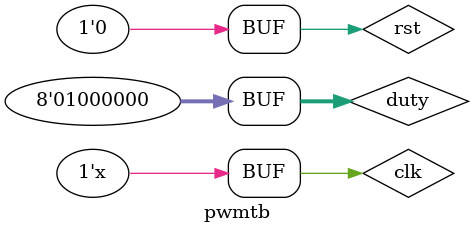
<source format=v>
`timescale 1 ns/1 ns

module pwmtb;

   reg clk;
   reg rst;
   reg [7:0] duty;
   wire pulse;

   pwmtop TOP(duty, pulse, clk, rst);

   always
     #25 clk = ~clk;
   
   initial
     begin
	duty    = 8'd64;       
	clk     = 1'b0;
	#2  rst = 1'b1;
	#25 rst = 1'b0;
     end

endmodule

</source>
